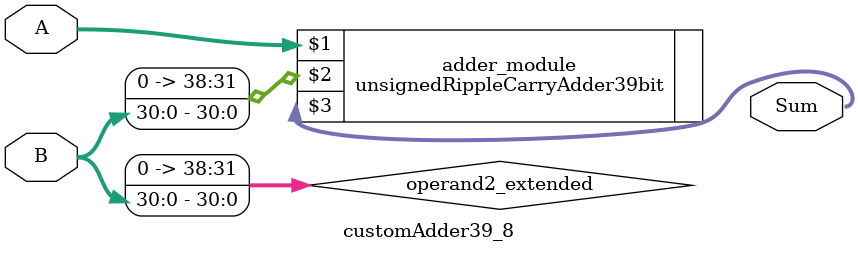
<source format=v>
module customAdder39_8(
                        input [38 : 0] A,
                        input [30 : 0] B,
                        
                        output [39 : 0] Sum
                );

        wire [38 : 0] operand2_extended;
        
        assign operand2_extended =  {8'b0, B};
        
        unsignedRippleCarryAdder39bit adder_module(
            A,
            operand2_extended,
            Sum
        );
        
        endmodule
        
</source>
